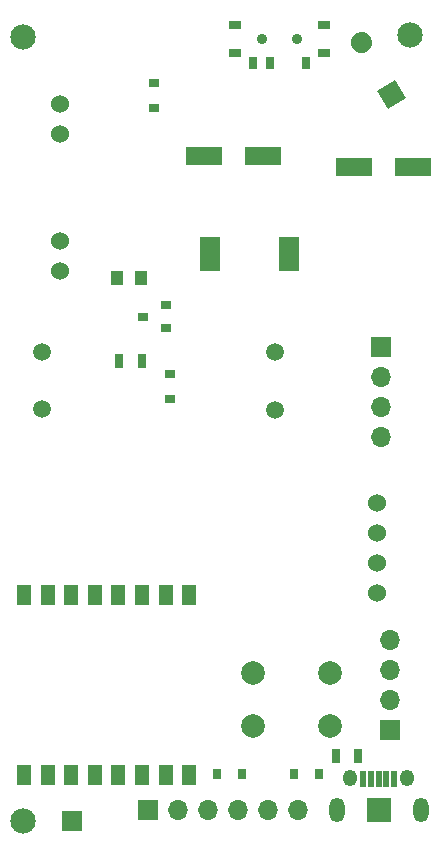
<source format=gbr>
G04 #@! TF.GenerationSoftware,KiCad,Pcbnew,5.1.6-c6e7f7d~87~ubuntu18.04.1*
G04 #@! TF.CreationDate,2021-04-09T16:44:34+05:30*
G04 #@! TF.ProjectId,Sensor_pcb_v4,53656e73-6f72-45f7-9063-625f76342e6b,rev?*
G04 #@! TF.SameCoordinates,Original*
G04 #@! TF.FileFunction,Soldermask,Top*
G04 #@! TF.FilePolarity,Negative*
%FSLAX46Y46*%
G04 Gerber Fmt 4.6, Leading zero omitted, Abs format (unit mm)*
G04 Created by KiCad (PCBNEW 5.1.6-c6e7f7d~87~ubuntu18.04.1) date 2021-04-09 16:44:34*
%MOMM*%
%LPD*%
G01*
G04 APERTURE LIST*
%ADD10C,2.150000*%
%ADD11R,3.110000X1.580000*%
%ADD12O,1.300000X2.100000*%
%ADD13R,2.100000X2.100000*%
%ADD14R,0.500000X1.450000*%
%ADD15O,1.200000X1.400000*%
%ADD16C,1.524000*%
%ADD17R,1.700000X1.700000*%
%ADD18O,1.700000X1.700000*%
%ADD19R,1.000000X0.800000*%
%ADD20R,0.700000X1.100000*%
%ADD21C,0.900000*%
%ADD22R,0.900000X0.800000*%
%ADD23R,1.200000X1.700000*%
%ADD24C,0.100000*%
%ADD25C,1.500000*%
%ADD26C,2.000000*%
%ADD27R,1.750000X3.000000*%
%ADD28R,1.000000X1.250000*%
%ADD29R,0.800000X0.900000*%
%ADD30R,0.700000X1.300000*%
G04 APERTURE END LIST*
D10*
X25146000Y-87637600D03*
X57919600Y-21099800D03*
X25166300Y-21292800D03*
D11*
X45489500Y-31363900D03*
X40489500Y-31363900D03*
D12*
X51677600Y-86741000D03*
D13*
X55252600Y-86741000D03*
D12*
X58827600Y-86741000D03*
D14*
X53952600Y-84066000D03*
X54602600Y-84066000D03*
X55252600Y-84066000D03*
X55902600Y-84066000D03*
X56552600Y-84066000D03*
D15*
X52827600Y-83991000D03*
X57677600Y-83991000D03*
D16*
X28273100Y-26924300D03*
X28283100Y-29464300D03*
X28288400Y-38552500D03*
X28298400Y-41092500D03*
X55107500Y-60744100D03*
X55107500Y-63284100D03*
X55107500Y-65824100D03*
X55107500Y-68364100D03*
D17*
X35679400Y-86669900D03*
D18*
X38219400Y-86669900D03*
X40759400Y-86669900D03*
X43299400Y-86669900D03*
X45839400Y-86669900D03*
X48379400Y-86669900D03*
D19*
X43082500Y-20274900D03*
X43082500Y-22574900D03*
X50582500Y-20274900D03*
X50582500Y-22574900D03*
D20*
X44582500Y-23474900D03*
X46082500Y-23474900D03*
X49082500Y-23474900D03*
D21*
X45332500Y-21424900D03*
X48332500Y-21424900D03*
D22*
X37541200Y-49833800D03*
X37541200Y-51933800D03*
D17*
X56200000Y-79926200D03*
D18*
X56200000Y-77386200D03*
X56200000Y-74846200D03*
X56200000Y-72306200D03*
D23*
X25204700Y-68526400D03*
X27204700Y-68526400D03*
X29204700Y-68526400D03*
X31204700Y-68526400D03*
X33204700Y-68526400D03*
X35204700Y-68526400D03*
X37204700Y-68526400D03*
X39204700Y-68526400D03*
X39204700Y-83756400D03*
X37204700Y-83756400D03*
X35204700Y-83756400D03*
X33204700Y-83756400D03*
X31204700Y-83756400D03*
X29204700Y-83756400D03*
X27204700Y-83756400D03*
X25204700Y-83756400D03*
D17*
X29255700Y-87609700D03*
X55473600Y-47475100D03*
D18*
X55473600Y-50015100D03*
X55473600Y-52555100D03*
X55473600Y-55095100D03*
D22*
X36215000Y-25193300D03*
X36215000Y-27293300D03*
G36*
G01*
X54234500Y-22516614D02*
X54234500Y-22516614D01*
G75*
G02*
X53005077Y-22187191I-450000J779423D01*
G01*
X53005077Y-22187191D01*
G75*
G02*
X53334500Y-20957768I779423J450000D01*
G01*
X53334500Y-20957768D01*
G75*
G02*
X54563923Y-21287191I450000J-779423D01*
G01*
X54563923Y-21287191D01*
G75*
G02*
X54234500Y-22516614I-779423J-450000D01*
G01*
G37*
D24*
G36*
X57553923Y-26466023D02*
G01*
X55995077Y-27366023D01*
X55095077Y-25807177D01*
X56653923Y-24907177D01*
X57553923Y-26466023D01*
G37*
D25*
X46454100Y-52830100D03*
X46454100Y-47950100D03*
X26746200Y-47896800D03*
X26746200Y-52776800D03*
D26*
X44620000Y-79618800D03*
X44620000Y-75118800D03*
X51120000Y-79618800D03*
X51120000Y-75118800D03*
D11*
X58120900Y-32250400D03*
X53120900Y-32250400D03*
D27*
X40940400Y-39603700D03*
X47690400Y-39603700D03*
D28*
X33076600Y-41658500D03*
X35076600Y-41658500D03*
D29*
X48066000Y-83657400D03*
X50166000Y-83657400D03*
X43673700Y-83644700D03*
X41573700Y-83644700D03*
D22*
X37268700Y-45892800D03*
X37268700Y-43992800D03*
X35268700Y-44942800D03*
D30*
X53528000Y-82110600D03*
X51628000Y-82110600D03*
X35191700Y-48714700D03*
X33291700Y-48714700D03*
M02*

</source>
